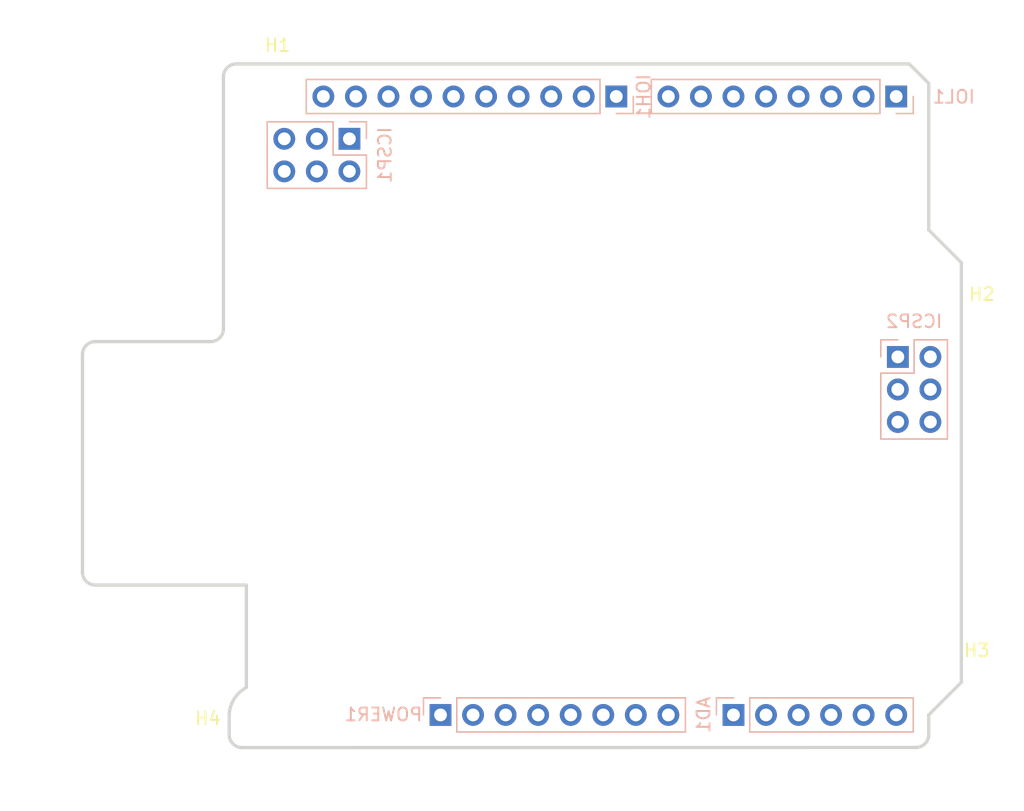
<source format=kicad_pcb>
(kicad_pcb (version 20240108) (generator "pcbnew") (generator_version "8.0")
  (layers (0 "F.Cu" signal) (1 "In1.Cu" signal) (2 "In2.Cu" signal) (31 "B.Cu" signal) (34 "B.Paste" user) (35 "F.Paste" user) (36 "B.SilkS" user "B.Silkscreen") (37 "F.SilkS" user "F.Silkscreen") (38 "B.Mask" user) (39 "F.Mask" user) (44 "Edge.Cuts" user))
  (net 0 "")
  (net 1 "GND")
  (net 2 "/MISO")
  (net 3 "/MOSI")
  (net 4 "/AD0")
  (net 5 "/AD3")
  (net 6 "/IO6")
  (net 7 "/IO7")
  (net 8 "/IOREF")
  (net 9 "/+5V_Ard_0")
  (net 10 "/IO2")
  (net 11 "/IO3")
  (net 12 "/IO4")
  (net 13 "/IO5")
  (net 14 "/SS")
  (net 15 "/IO9")
  (net 16 "/IO8")
  (net 17 "/SCLOCK")
  (net 18 "/AD1")
  (net 19 "/AD2")
  (net 20 "/AD4")
  (net 21 "/AD5")
  (net 22 "/MISO2")
  (net 23 "/+5V_Adr_3")
  (net 24 "/SCK2")
  (net 25 "/MOSI2")
  (net 26 "/RESET2")
  (net 27 "/RESET_0")
  (net 28 "/MOSI_0")
  (net 29 "/SCK_0")
  (net 30 "/MISO_0")
  (net 31 "/AREF")
  (net 32 "/SDA")
  (net 33 "/SCL")
  (net 34 "/IO0")
  (net 35 "/IO1")
  (net 37 "/RESET")
  (net 38 "/+3V3")
  (net 39 "/+5V_Ard_1")
  (net 40 "/VIN")
  (footprint "MountingHole:MountingHole_3mm" (layer "F.Cu") (at 128.1811 129.1336)
    (property "Reference" "H4" (at -4.1811 0.2664 0) (layer "F.SilkS"))
    (property "Value" "MountingHole")
    (pad "" np_thru_hole circle (at 0 0) (size 3 3) (drill 3) (layers "*.Cu" "*.Mask"))
  )
  (footprint "MountingHole:MountingHole_3mm" (layer "F.Cu") (at 129.434 80.8736)
    (property "Reference" "H1" (at 0 -4 0) (layer "F.SilkS"))
    (property "Value" "MountingHole")
    (pad "" np_thru_hole circle (at 0 0) (size 3 3) (drill 3) (layers "*.Cu" "*.Mask"))
  )
  (footprint "MountingHole:MountingHole_3mm" (layer "F.Cu") (at 180.2511 96.1136)
    (property "Reference" "H2" (at 4.1489 0.1864 0) (layer "F.SilkS"))
    (property "Value" "MountingHole")
    (pad "" np_thru_hole circle (at 0 0) (size 3 3) (drill 3) (layers "*.Cu" "*.Mask"))
  )
  (footprint "MountingHole:MountingHole_3mm" (layer "F.Cu") (at 180.2511 124.0536)
    (property "Reference" "H3" (at 3.7489 0.0464 0) (layer "F.SilkS"))
    (property "Value" "MountingHole")
    (pad "" np_thru_hole circle (at 0 0) (size 3 3) (drill 3) (layers "*.Cu" "*.Mask"))
  )
  (footprint "Connector_PinHeader_2.54mm:PinHeader_1x08_P2.54mm_Vertical" (layer "B.Cu") (at 177.7111 80.8736 90)
    (property "Reference" "IOL1" (at -0.0264 4.4889 0) (layer "B.SilkS") (effects (justify mirror)))
    (property "Value" "Conn_01x08_Socket")
    (fp_line (start -1.33 -19.11) (end 1.33 -19.11) (stroke (width 0.12)) (layer "B.SilkS"))
    (fp_line (start 1.33 -1.27) (end 1.33 -19.11) (stroke (width 0.12)) (layer "B.SilkS"))
    (fp_line (start -1.33 -1.27) (end -1.33 -19.11) (stroke (width 0.12)) (layer "B.SilkS"))
    (fp_line (start -1.33 -1.27) (end 1.33 -1.27) (stroke (width 0.12)) (layer "B.SilkS"))
    (fp_line (start -1.33 0) (end -1.33 1.33) (stroke (width 0.12)) (layer "B.SilkS"))
    (fp_line (start -1.33 1.33) (end 0 1.33) (stroke (width 0.12)) (layer "B.SilkS"))
    (pad "1" thru_hole rect (at 0 0 90) (size 1.7 1.7) (drill 1) (layers "*.Cu" "*.Mask") (net 34 "/IO0"))
    (pad "2" thru_hole oval (at 0 -2.54 90) (size 1.7 1.7) (drill 1) (layers "*.Cu" "*.Mask") (net 35 "/IO1"))
    (pad "3" thru_hole oval (at 0 -5.08 90) (size 1.7 1.7) (drill 1) (layers "*.Cu" "*.Mask") (net 10 "/IO2"))
    (pad "4" thru_hole oval (at 0 -7.62 90) (size 1.7 1.7) (drill 1) (layers "*.Cu" "*.Mask") (net 11 "/IO3"))
    (pad "5" thru_hole oval (at 0 -10.16 90) (size 1.7 1.7) (drill 1) (layers "*.Cu" "*.Mask") (net 12 "/IO4"))
    (pad "6" thru_hole oval (at 0 -12.7 90) (size 1.7 1.7) (drill 1) (layers "*.Cu" "*.Mask") (net 13 "/IO5"))
    (pad "7" thru_hole oval (at 0 -15.24 90) (size 1.7 1.7) (drill 1) (layers "*.Cu" "*.Mask") (net 6 "/IO6"))
    (pad "8" thru_hole oval (at 0 -17.78 90) (size 1.7 1.7) (drill 1) (layers "*.Cu" "*.Mask") (net 7 "/IO7"))
  )
  (footprint "Connector_PinSocket_2.54mm:PinSocket_2x03_P2.54mm_Vertical" (layer "B.Cu") (at 135.0391 84.1756 90)
    (property "Reference" "ICSP1" (at -1.27 2.77 -90) (layer "B.SilkS") (effects (justify mirror)))
    (property "Value" "Conn_02x03_Odd_Even")
    (fp_line (start -3.87 -6.41) (end 1.33 -6.41) (stroke (width 0.12)) (layer "B.SilkS"))
    (fp_line (start 1.33 -1.27) (end 1.33 -6.41) (stroke (width 0.12)) (layer "B.SilkS"))
    (fp_line (start -1.27 -1.27) (end 1.33 -1.27) (stroke (width 0.12)) (layer "B.SilkS"))
    (fp_line (start 1.33 1.33) (end 1.33 0) (stroke (width 0.12)) (layer "B.SilkS"))
    (fp_line (start 0 1.33) (end 1.33 1.33) (stroke (width 0.12)) (layer "B.SilkS"))
    (fp_line (start -1.27 1.33) (end -1.27 -1.27) (stroke (width 0.12)) (layer "B.SilkS"))
    (fp_line (start -3.87 1.33) (end -3.87 -6.41) (stroke (width 0.12)) (layer "B.SilkS"))
    (fp_line (start -3.87 1.33) (end -1.27 1.33) (stroke (width 0.12)) (layer "B.SilkS"))
    (pad "1" thru_hole rect (at 0 0 90) (size 1.7 1.7) (drill 1) (layers "*.Cu" "*.Mask") (net 22 "/MISO2"))
    (pad "2" thru_hole oval (at -2.54 0 90) (size 1.7 1.7) (drill 1) (layers "*.Cu" "*.Mask") (net 23 "/+5V_Adr_3"))
    (pad "3" thru_hole oval (at 0 -2.54 90) (size 1.7 1.7) (drill 1) (layers "*.Cu" "*.Mask") (net 24 "/SCK2"))
    (pad "4" thru_hole oval (at -2.54 -2.54 90) (size 1.7 1.7) (drill 1) (layers "*.Cu" "*.Mask") (net 25 "/MOSI2"))
    (pad "5" thru_hole oval (at 0 -5.08 90) (size 1.7 1.7) (drill 1) (layers "*.Cu" "*.Mask") (net 26 "/RESET2"))
    (pad "6" thru_hole oval (at -2.54 -5.08 90) (size 1.7 1.7) (drill 1) (layers "*.Cu" "*.Mask") (net 1 "GND"))
  )
  (footprint "Connector_PinHeader_2.54mm:PinHeader_1x08_P2.54mm_Vertical" (layer "B.Cu") (at 142.1511 129.1336 -90)
    (property "Reference" "POWER1" (at -0.0336 4.4511 0) (layer "B.SilkS") (effects (justify mirror)))
    (property "Value" "Conn_01x08_Socket")
    (fp_line (start -1.33 1.33) (end 0 1.33) (stroke (width 0.12)) (layer "B.SilkS"))
    (fp_line (start -1.33 0) (end -1.33 1.33) (stroke (width 0.12)) (layer "B.SilkS"))
    (fp_line (start -1.33 -1.27) (end 1.33 -1.27) (stroke (width 0.12)) (layer "B.SilkS"))
    (fp_line (start -1.33 -1.27) (end -1.33 -19.11) (stroke (width 0.12)) (layer "B.SilkS"))
    (fp_line (start 1.33 -1.27) (end 1.33 -19.11) (stroke (width 0.12)) (layer "B.SilkS"))
    (fp_line (start -1.33 -19.11) (end 1.33 -19.11) (stroke (width 0.12)) (layer "B.SilkS"))
    (pad "1" thru_hole rect (at 0 0 270) (size 1.7 1.7) (drill 1) (layers "*.Cu" "*.Mask"))
    (pad "2" thru_hole oval (at 0 -2.54 270) (size 1.7 1.7) (drill 1) (layers "*.Cu" "*.Mask") (net 8 "/IOREF"))
    (pad "3" thru_hole oval (at 0 -5.08 270) (size 1.7 1.7) (drill 1) (layers "*.Cu" "*.Mask") (net 37 "/RESET"))
    (pad "4" thru_hole oval (at 0 -7.62 270) (size 1.7 1.7) (drill 1) (layers "*.Cu" "*.Mask") (net 38 "/+3V3"))
    (pad "5" thru_hole oval (at 0 -10.16 270) (size 1.7 1.7) (drill 1) (layers "*.Cu" "*.Mask") (net 39 "/+5V_Ard_1"))
    (pad "6" thru_hole oval (at 0 -12.7 270) (size 1.7 1.7) (drill 1) (layers "*.Cu" "*.Mask") (net 1 "GND"))
    (pad "7" thru_hole oval (at 0 -15.24 270) (size 1.7 1.7) (drill 1) (layers "*.Cu" "*.Mask") (net 1 "GND"))
    (pad "8" thru_hole oval (at 0 -17.78 270) (size 1.7 1.7) (drill 1) (layers "*.Cu" "*.Mask") (net 40 "/VIN"))
  )
  (footprint "Connector_PinHeader_2.54mm:PinHeader_1x10_P2.54mm_Vertical" (layer "B.Cu") (at 155.8671 80.8736 90)
    (property "Reference" "IOH1" (at -0.0264 2.1329 -90) (layer "B.SilkS") (effects (justify mirror)))
    (property "Value" "Conn_01x10_Socket")
    (fp_line (start -1.33 -24.19) (end 1.33 -24.19) (stroke (width 0.12)) (layer "B.SilkS"))
    (fp_line (start 1.33 -1.27) (end 1.33 -24.19) (stroke (width 0.12)) (layer "B.SilkS"))
    (fp_line (start -1.33 -1.27) (end -1.33 -24.19) (stroke (width 0.12)) (layer "B.SilkS"))
    (fp_line (start -1.33 -1.27) (end 1.33 -1.27) (stroke (width 0.12)) (layer "B.SilkS"))
    (fp_line (start -1.33 0) (end -1.33 1.33) (stroke (width 0.12)) (layer "B.SilkS"))
    (fp_line (start -1.33 1.33) (end 0 1.33) (stroke (width 0.12)) (layer "B.SilkS"))
    (pad "1" thru_hole rect (at 0 0 90) (size 1.7 1.7) (drill 1) (layers "*.Cu" "*.Mask") (net 16 "/IO8"))
    (pad "2" thru_hole oval (at 0 -2.54 90) (size 1.7 1.7) (drill 1) (layers "*.Cu" "*.Mask") (net 15 "/IO9"))
    (pad "3" thru_hole oval (at 0 -5.08 90) (size 1.7 1.7) (drill 1) (layers "*.Cu" "*.Mask") (net 14 "/SS"))
    (pad "4" thru_hole oval (at 0 -7.62 90) (size 1.7 1.7) (drill 1) (layers "*.Cu" "*.Mask") (net 3 "/MOSI"))
    (pad "5" thru_hole oval (at 0 -10.16 90) (size 1.7 1.7) (drill 1) (layers "*.Cu" "*.Mask") (net 2 "/MISO"))
    (pad "6" thru_hole oval (at 0 -12.7 90) (size 1.7 1.7) (drill 1) (layers "*.Cu" "*.Mask") (net 17 "/SCLOCK"))
    (pad "7" thru_hole oval (at 0 -15.24 90) (size 1.7 1.7) (drill 1) (layers "*.Cu" "*.Mask") (net 1 "GND"))
    (pad "8" thru_hole oval (at 0 -17.78 90) (size 1.7 1.7) (drill 1) (layers "*.Cu" "*.Mask") (net 31 "/AREF"))
    (pad "9" thru_hole oval (at 0 -20.32 90) (size 1.7 1.7) (drill 1) (layers "*.Cu" "*.Mask") (net 32 "/SDA"))
    (pad "10" thru_hole oval (at 0 -22.86 90) (size 1.7 1.7) (drill 1) (layers "*.Cu" "*.Mask") (net 33 "/SCL"))
  )
  (footprint "Connector_PinHeader_2.54mm:PinHeader_1x06_P2.54mm_Vertical" (layer "B.Cu") (at 165.0111 129.1336 -90)
    (property "Reference" "AD1" (at 0 2.33 -90) (layer "B.SilkS") (effects (justify mirror)))
    (property "Value" "Conn_01x06_Socket")
    (fp_line (start -1.33 1.33) (end 0 1.33) (stroke (width 0.12)) (layer "B.SilkS"))
    (fp_line (start -1.33 0) (end -1.33 1.33) (stroke (width 0.12)) (layer "B.SilkS"))
    (fp_line (start -1.33 -1.27) (end 1.33 -1.27) (stroke (width 0.12)) (layer "B.SilkS"))
    (fp_line (start -1.33 -1.27) (end -1.33 -14.03) (stroke (width 0.12)) (layer "B.SilkS"))
    (fp_line (start 1.33 -1.27) (end 1.33 -14.03) (stroke (width 0.12)) (layer "B.SilkS"))
    (fp_line (start -1.33 -14.03) (end 1.33 -14.03) (stroke (width 0.12)) (layer "B.SilkS"))
    (pad "1" thru_hole rect (at 0 0 270) (size 1.7 1.7) (drill 1) (layers "*.Cu" "*.Mask") (net 4 "/AD0"))
    (pad "2" thru_hole oval (at 0 -2.54 270) (size 1.7 1.7) (drill 1) (layers "*.Cu" "*.Mask") (net 18 "/AD1"))
    (pad "3" thru_hole oval (at 0 -5.08 270) (size 1.7 1.7) (drill 1) (layers "*.Cu" "*.Mask") (net 19 "/AD2"))
    (pad "4" thru_hole oval (at 0 -7.62 270) (size 1.7 1.7) (drill 1) (layers "*.Cu" "*.Mask") (net 5 "/AD3"))
    (pad "5" thru_hole oval (at 0 -10.16 270) (size 1.7 1.7) (drill 1) (layers "*.Cu" "*.Mask") (net 20 "/AD4"))
    (pad "6" thru_hole oval (at 0 -12.7 270) (size 1.7 1.7) (drill 1) (layers "*.Cu" "*.Mask") (net 21 "/AD5"))
  )
  (footprint "Connector_PinSocket_2.54mm:PinSocket_2x03_P2.54mm_Vertical" (layer "B.Cu") (at 177.8381 101.1936 180)
    (property "Reference" "ICSP2" (at -1.27 2.77 0) (layer "B.SilkS") (effects (justify mirror)))
    (property "Value" "Conn_02x03_Odd_Even")
    (fp_line (start 1.33 1.33) (end 1.33 0) (stroke (width 0.12)) (layer "B.SilkS"))
    (fp_line (start 1.33 -1.27) (end 1.33 -6.41) (stroke (width 0.12)) (layer "B.SilkS"))
    (fp_line (start 0 1.33) (end 1.33 1.33) (stroke (width 0.12)) (layer "B.SilkS"))
    (fp_line (start -1.27 1.33) (end -1.27 -1.27) (stroke (width 0.12)) (layer "B.SilkS"))
    (fp_line (start -1.27 -1.27) (end 1.33 -1.27) (stroke (width 0.12)) (layer "B.SilkS"))
    (fp_line (start -3.87 1.33) (end -1.27 1.33) (stroke (width 0.12)) (layer "B.SilkS"))
    (fp_line (start -3.87 1.33) (end -3.87 -6.41) (stroke (width 0.12)) (layer "B.SilkS"))
    (fp_line (start -3.87 -6.41) (end 1.33 -6.41) (stroke (width 0.12)) (layer "B.SilkS"))
    (pad "1" thru_hole rect (at 0 0 180) (size 1.7 1.7) (drill 1) (layers "*.Cu" "*.Mask") (net 30 "/MISO_0"))
    (pad "2" thru_hole oval (at -2.54 0 180) (size 1.7 1.7) (drill 1) (layers "*.Cu" "*.Mask") (net 9 "/+5V_Ard_0"))
    (pad "3" thru_hole oval (at 0 -2.54 180) (size 1.7 1.7) (drill 1) (layers "*.Cu" "*.Mask") (net 29 "/SCK_0"))
    (pad "4" thru_hole oval (at -2.54 -2.54 180) (size 1.7 1.7) (drill 1) (layers "*.Cu" "*.Mask") (net 28 "/MOSI_0"))
    (pad "5" thru_hole oval (at 0 -5.08 180) (size 1.7 1.7) (drill 1) (layers "*.Cu" "*.Mask") (net 27 "/RESET_0"))
    (pad "6" thru_hole oval (at -2.54 -5.08 180) (size 1.7 1.7) (drill 1) (layers "*.Cu" "*.Mask") (net 1 "GND"))
  )
  (gr_line (start 182.7911 126.5936) (end 180.2511 129.1336) (stroke (width 0.254)) (layer "Edge.Cuts"))
  (gr_line (start 182.7911 93.8276) (end 182.7911 126.5936) (stroke (width 0.254)) (layer "Edge.Cuts"))
  (gr_line (start 178.7271 78.3336) (end 180.2511 79.8576) (stroke (width 0.254)) (layer "Edge.Cuts"))
  (gr_line (start 180.2511 129.1336) (end 180.2511 130.6736) (stroke (width 0.254)) (layer "Edge.Cuts"))
  (gr_arc (start 180.2511 130.6736) (mid 179.958207 131.380707) (end 179.2511 131.6736) (stroke (width 0.254)) (layer "Edge.Cuts"))
  (gr_line (start 126.2111 78.3336) (end 178.7271 78.3336) (stroke (width 0.254)) (layer "Edge.Cuts"))
  (gr_line (start 179.2511 131.6736) (end 126.658874 131.679823) (stroke (width 0.254)) (layer "Edge.Cuts"))
  (gr_line (start 180.2511 91.2876) (end 182.7911 93.8276) (stroke (width 0.254)) (layer "Edge.Cuts"))
  (gr_line (start 180.2511 79.8576) (end 180.2511 91.2876) (stroke (width 0.254)) (layer "Edge.Cuts"))
  (gr_arc (start 125.2111 79.3336) (mid 125.503993 78.626493) (end 126.2111 78.3336) (stroke (width 0.254)) (layer "Edge.Cuts"))
  (gr_line (start 125.2111 79.3336) (end 125.2111 99) (stroke (width 0.254)) (layer "Edge.Cuts"))
  (gr_line (start 124.2111 100) (end 115.2111 100) (stroke (width 0.254)) (layer "Edge.Cuts"))
  (gr_line (start 114.2111 101) (end 114.2111 118) (stroke (width 0.254)) (layer "Edge.Cuts"))
  (gr_arc (start 126.658874 131.679823) (mid 125.951767 131.38693) (end 125.658874 130.679823) (stroke (width 0.254)) (layer "Edge.Cuts"))
  (gr_line (start 125.658886 129.204714) (end 125.658874 130.679823) (stroke (width 0.254)) (layer "Edge.Cuts"))
  (gr_arc (start 115.2111 119) (mid 114.503993 118.707107) (end 114.2111 118) (stroke (width 0.254)) (layer "Edge.Cuts"))
  (gr_arc (start 114.2111 101) (mid 114.503993 100.292893) (end 115.2111 100) (stroke (width 0.254)) (layer "Edge.Cuts"))
  (gr_line (start 127 119) (end 115.2111 119) (stroke (width 0.254)) (layer "Edge.Cuts"))
  (gr_line (start 127 119) (end 127 127) (stroke (width 0.254)) (layer "Edge.Cuts"))
  (gr_arc (start 125.2111 99) (mid 124.918207 99.707107) (end 124.2111 100) (stroke (width 0.254)) (layer "Edge.Cuts"))
  (gr_arc (start 125.658886 129.204714) (mid 126.025286 127.91734) (end 127.000001 127.000001) (stroke (width 0.254)) (layer "Edge.Cuts"))
)
</source>
